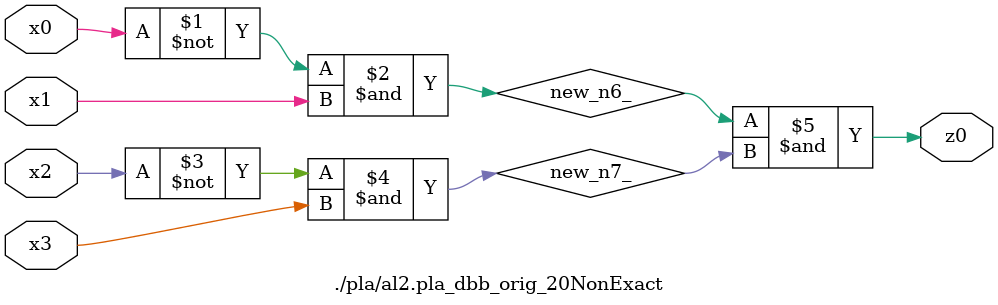
<source format=v>

module \./pla/al2.pla_dbb_orig_20NonExact  ( 
    x0, x1, x2, x3,
    z0  );
  input  x0, x1, x2, x3;
  output z0;
  wire new_n6_, new_n7_;
  assign new_n6_ = ~x0 & x1;
  assign new_n7_ = ~x2 & x3;
  assign z0 = new_n6_ & new_n7_;
endmodule



</source>
